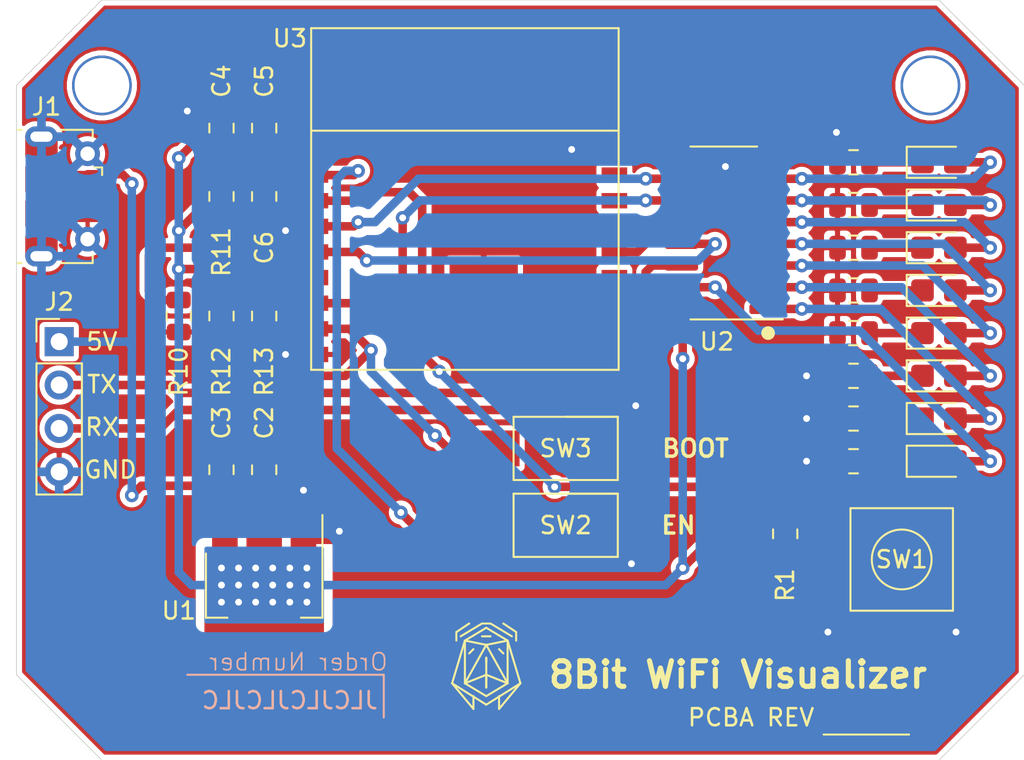
<source format=kicad_pcb>
(kicad_pcb (version 20171130) (host pcbnew "(5.1.6)-1")
  (title_block (title PacketVis) (date 2019-11-21) (rev A01) (comment 1 "ESP8266 Network Traffick Visualizer") (comment 2 "Chandler McCowan"))
  (layers (0 F.Cu signal) (31 B.Cu signal) (34 B.Paste user hide) (35 F.Paste user hide) (36 B.SilkS user) (37 F.SilkS user) (38 B.Mask user) (39 F.Mask user) (44 Edge.Cuts user hide))
  (net 0 "")
  (net 1 GND)
  (net 2 /ESP_EN)
  (net 3 +3V3)
  (net 4 /SW_1)
  (net 5 /OUTPUT_ENABLE)
  (net 6 /RST)
  (net 7 /LATCH)
  (net 8 /ESP_TX)
  (net 9 /ESP_RX)
  (net 10 /DATA)
  (net 11 /BOOT)
  (net 12 /CLOCK)
  (net 13 /CLEAR)
  (net 14 +5V)
  (net 15 /LED_1)
  (net 16 /LED_2)
  (net 17 /LED_3)
  (net 18 /LED_4)
  (net 19 /LED_5)
  (net 20 /LED_6)
  (net 21 /LED_7)
  (net 22 /LED_8)
  (net 23 "Net-(J1-Pad3)")
  (net 24 "Net-(J1-Pad4)")
  (net 25 "Net-(J1-Pad2)")
  (net 26 "Net-(R13-Pad1)")
  (net 27 "Net-(U2-Pad9)")
  (net 28 "Net-(U3-Pad17)")
  (net 29 "Net-(U3-Pad16)")
  (net 30 "Net-(D1-Pad1)")
  (net 31 "Net-(D2-Pad1)")
  (net 32 "Net-(D3-Pad1)")
  (net 33 "Net-(D4-Pad1)")
  (net 34 "Net-(D5-Pad1)")
  (net 35 "Net-(D6-Pad1)")
  (net 36 "Net-(D7-Pad1)")
  (net 37 "Net-(D8-Pad1)")
  (module Resistor_SMD:R_0805_2012Metric (layer F.Cu) (at 191.68 92.5 90)
    (fp_text reference R10 (at -3.25 0 90) (layer F.SilkS))
    (fp_text value 10k)
    (pad 2 smd roundrect (at 0.9375 0 90) (size 0.975 1.4) (layers F.Cu F.Paste F.Mask) (net 5 /OUTPUT_ENABLE))
    (pad 1 smd roundrect (at -0.9375 0 90) (size 0.975 1.4) (layers F.Cu F.Paste F.Mask) (net 1 GND))
  )
  (module Package_SO:SOIC-16_3.9x9.9mm_P1.27mm (layer F.Cu) (at 223.582 87.639 180)
    (fp_text reference U2 (at 0.402 -6.361) (layer F.SilkS))
    (fp_text value 74HC595)
    (pad 16 smd roundrect (at 2.475 -4.445 180) (size 1.95 0.6) (layers F.Cu F.Paste F.Mask) (net 3 +3V3))
    (pad 15 smd roundrect (at 2.475 -3.175 180) (size 1.95 0.6) (layers F.Cu F.Paste F.Mask) (net 15 /LED_1))
    (pad 14 smd roundrect (at 2.475 -1.905 180) (size 1.95 0.6) (layers F.Cu F.Paste F.Mask) (net 10 /DATA))
    (pad 13 smd roundrect (at 2.475 -0.635 180) (size 1.95 0.6) (layers F.Cu F.Paste F.Mask) (net 5 /OUTPUT_ENABLE))
    (pad 12 smd roundrect (at 2.475 0.635 180) (size 1.95 0.6) (layers F.Cu F.Paste F.Mask) (net 7 /LATCH))
    (pad 11 smd roundrect (at 2.475 1.905 180) (size 1.95 0.6) (layers F.Cu F.Paste F.Mask) (net 12 /CLOCK))
    (pad 10 smd roundrect (at 2.475 3.175 180) (size 1.95 0.6) (layers F.Cu F.Paste F.Mask) (net 13 /CLEAR))
    (pad 9 smd roundrect (at 2.475 4.445 180) (size 1.95 0.6) (layers F.Cu F.Paste F.Mask) (net 27 "Net-(U2-Pad9)"))
    (pad 8 smd roundrect (at -2.475 4.445 180) (size 1.95 0.6) (layers F.Cu F.Paste F.Mask) (net 1 GND))
    (pad 7 smd roundrect (at -2.475 3.175 180) (size 1.95 0.6) (layers F.Cu F.Paste F.Mask) (net 22 /LED_8))
    (pad 6 smd roundrect (at -2.475 1.905 180) (size 1.95 0.6) (layers F.Cu F.Paste F.Mask) (net 21 /LED_7))
    (pad 5 smd roundrect (at -2.475 0.635 180) (size 1.95 0.6) (layers F.Cu F.Paste F.Mask) (net 20 /LED_6))
    (pad 4 smd roundrect (at -2.475 -0.635 180) (size 1.95 0.6) (layers F.Cu F.Paste F.Mask) (net 19 /LED_5))
    (pad 3 smd roundrect (at -2.475 -1.905 180) (size 1.95 0.6) (layers F.Cu F.Paste F.Mask) (net 18 /LED_4))
    (pad 2 smd roundrect (at -2.475 -3.175 180) (size 1.95 0.6) (layers F.Cu F.Paste F.Mask) (net 17 /LED_3))
    (pad 1 smd roundrect (at -2.475 -4.445 180) (size 1.95 0.6) (layers F.Cu F.Paste F.Mask) (net 16 /LED_2))
  )
  (module Connector_PinHeader_2.54mm:PinHeader_1x04_P2.54mm_Vertical (layer F.Cu) (at 184.68 94)
    (fp_text reference J2 (at 0 -2.33) (layer F.SilkS))
    (fp_text value Conn_01x04)
    (pad 4 thru_hole oval (at 0 7.62) (size 1.7 1.7) (drill 1) (layers *.Cu *.Mask) (net 1 GND))
    (pad 3 thru_hole oval (at 0 5.08) (size 1.7 1.7) (drill 1) (layers *.Cu *.Mask) (net 9 /ESP_RX))
    (pad 2 thru_hole oval (at 0 2.54) (size 1.7 1.7) (drill 1) (layers *.Cu *.Mask) (net 8 /ESP_TX))
    (pad 1 thru_hole rect (at 0 0) (size 1.7 1.7) (drill 1) (layers *.Cu *.Mask) (net 14 +5V))
  )
  (module PacketVis_Footprints:ESP-WROOM-02D (layer F.Cu) (at 199.68 82.75)
    (fp_text reference U3 (at -1.5 -6.5) (layer F.SilkS))
    (fp_text value ESP-WROOM-02D)
    (pad 19 smd rect (at 9.85 8.51) (size 4 4) (layers F.Cu F.Mask) (net 1 GND))
    (pad 18 smd rect (at 17.5 0) (size 1.5 0.9) (layers F.Cu F.Paste F.Mask) (net 1 GND))
    (pad 17 smd rect (at 17.5 1.5) (size 1.5 0.9) (layers F.Cu F.Paste F.Mask) (net 28 "Net-(U3-Pad17)"))
    (pad 16 smd rect (at 17.5 3) (size 1.5 0.9) (layers F.Cu F.Paste F.Mask) (net 29 "Net-(U3-Pad16)"))
    (pad 15 smd rect (at 17.5 4.5) (size 1.5 0.9) (layers F.Cu F.Paste F.Mask) (net 6 /RST))
    (pad 14 smd rect (at 17.5 6) (size 1.5 0.9) (layers F.Cu F.Paste F.Mask) (net 7 /LATCH))
    (pad 13 smd rect (at 17.5 7.5) (size 1.5 0.9) (layers F.Cu F.Paste F.Mask) (net 1 GND))
    (pad 12 smd rect (at 17.5 9) (size 1.5 0.9) (layers F.Cu F.Paste F.Mask) (net 8 /ESP_TX))
    (pad 11 smd rect (at 17.5 10.5) (size 1.5 0.9) (layers F.Cu F.Paste F.Mask) (net 9 /ESP_RX))
    (pad 10 smd rect (at 17.5 12) (size 1.5 0.9) (layers F.Cu F.Paste F.Mask) (net 10 /DATA))
    (pad 9 smd rect (at 0 12) (size 1.5 0.9) (layers F.Cu F.Paste F.Mask) (net 1 GND))
    (pad 8 smd rect (at 0 10.5) (size 1.5 0.9) (layers F.Cu F.Paste F.Mask) (net 11 /BOOT))
    (pad 7 smd rect (at 0 9) (size 1.5 0.9) (layers F.Cu F.Paste F.Mask) (net 12 /CLOCK))
    (pad 6 smd rect (at 0 7.5) (size 1.5 0.9) (layers F.Cu F.Paste F.Mask) (net 26 "Net-(R13-Pad1)"))
    (pad 5 smd rect (at 0 6) (size 1.5 0.9) (layers F.Cu F.Paste F.Mask) (net 5 /OUTPUT_ENABLE))
    (pad 4 smd rect (at 0 4.5) (size 1.5 0.9) (layers F.Cu F.Paste F.Mask) (net 13 /CLEAR))
    (pad 3 smd rect (at 0 3) (size 1.5 0.9) (layers F.Cu F.Paste F.Mask) (net 4 /SW_1))
    (pad 2 smd rect (at 0 1.5) (size 1.5 0.9) (layers F.Cu F.Paste F.Mask) (net 2 /ESP_EN))
    (pad 1 smd rect (at 0 0) (size 1.5 0.9) (layers F.Cu F.Paste F.Mask) (net 3 +3V3))
  )
  (module PacketVis_Footprints:PTS636_SM25F_SMTR_LFS (layer F.Cu) (at 210.43 100.25)
    (fp_text reference SW3 (at 3.9 0) (layer F.SilkS))
    (fp_text value SW_SPST)
    (pad 1 smd rect (at 0 0 90) (size 2.1 2.4) (layers F.Cu F.Paste F.Mask) (net 11 /BOOT))
    (pad 2 smd rect (at 7.8 0 90) (size 2.1 2.4) (layers F.Cu F.Paste F.Mask) (net 1 GND))
  )
  (module PacketVis_Footprints:PTS636_SM25F_SMTR_LFS (layer F.Cu) (at 210.43 104.75)
    (fp_text reference SW2 (at 3.9 0) (layer F.SilkS))
    (fp_text value SW_SPST)
    (pad 1 smd rect (at 0 0 90) (size 2.1 2.4) (layers F.Cu F.Paste F.Mask) (net 2 /ESP_EN))
    (pad 2 smd rect (at 7.8 0 90) (size 2.1 2.4) (layers F.Cu F.Paste F.Mask) (net 1 GND))
  )
  (module "PacketVis_Footprints:PTS645SK50SMTR92 LFS" (layer F.Cu) (at 234 106.75)
    (fp_text reference SW1 (at 0 0) (layer F.SilkS))
    (fp_text value SW_Push_Dual)
    (pad 3 smd rect (at 3.975 -2.25) (size 1.55 1.3) (layers F.Cu F.Paste F.Mask) (net 4 /SW_1))
    (pad 4 smd rect (at 3.975 2.25) (size 1.55 1.3) (layers F.Cu F.Paste F.Mask) (net 1 GND))
    (pad 2 smd rect (at -3.975 2.25) (size 1.55 1.3) (layers F.Cu F.Paste F.Mask) (net 1 GND))
    (pad 1 smd rect (at -3.975 -2.25) (size 1.55 1.3) (layers F.Cu F.Paste F.Mask) (net 4 /SW_1))
  )
  (module Package_TO_SOT_SMD:SOT-223-3_TabPin2 (layer F.Cu) (at 196.68 108.25 270)
    (fp_text reference U1 (at 1.5 5 180) (layer F.SilkS))
    (fp_text value "3.3V 1A")
    (pad 1 smd rect (at -3.15 -2.3 270) (size 2 1.5) (layers F.Cu F.Paste F.Mask) (net 1 GND))
    (pad 3 smd rect (at -3.15 2.3 270) (size 2 1.5) (layers F.Cu F.Paste F.Mask) (net 14 +5V))
    (pad 2 smd rect (at -3.15 0 270) (size 2 1.5) (layers F.Cu F.Paste F.Mask) (net 3 +3V3))
    (pad 2 smd rect (at 3.15 0 270) (size 2 3.8) (layers F.Cu F.Paste F.Mask) (net 3 +3V3))
  )
  (module Resistor_SMD:R_0805_2012Metric (layer F.Cu) (at 227.18 105.25 90)
    (fp_text reference R1 (at -3 0 90) (layer F.SilkS))
    (fp_text value 10k)
    (pad 2 smd roundrect (at 0.9375 0 90) (size 0.975 1.4) (layers F.Cu F.Paste F.Mask) (net 4 /SW_1))
    (pad 1 smd roundrect (at -0.9375 0 90) (size 0.975 1.4) (layers F.Cu F.Paste F.Mask) (net 3 +3V3))
  )
  (module Resistor_SMD:R_0805_2012Metric (layer F.Cu) (at 194.18 85.5 90)
    (fp_text reference R11 (at -3.25 0 90) (layer F.SilkS))
    (fp_text value 10k)
    (pad 2 smd roundrect (at 0.9375 0 90) (size 0.975 1.4) (layers F.Cu F.Paste F.Mask) (net 2 /ESP_EN))
    (pad 1 smd roundrect (at -0.9375 0 90) (size 0.975 1.4) (layers F.Cu F.Paste F.Mask) (net 3 +3V3))
  )
  (module Resistor_SMD:R_0805_2012Metric (layer F.Cu) (at 196.68 92.5 270)
    (fp_text reference R13 (at 3.25 0 90) (layer F.SilkS))
    (fp_text value 10k)
    (pad 2 smd roundrect (at 0.9375 0 270) (size 0.975 1.4) (layers F.Cu F.Paste F.Mask) (net 1 GND))
    (pad 1 smd roundrect (at -0.9375 0 270) (size 0.975 1.4) (layers F.Cu F.Paste F.Mask) (net 26 "Net-(R13-Pad1)"))
  )
  (module Resistor_SMD:R_0805_2012Metric (layer F.Cu) (at 194.18 92.5 270)
    (fp_text reference R12 (at 3.25 0 90) (layer F.SilkS))
    (fp_text value 10k)
    (pad 2 smd roundrect (at 0.9375 0 270) (size 0.975 1.4) (layers F.Cu F.Paste F.Mask) (net 11 /BOOT))
    (pad 1 smd roundrect (at -0.9375 0 270) (size 0.975 1.4) (layers F.Cu F.Paste F.Mask) (net 3 +3V3))
  )
  (module Connector_USB:USB_Micro-B_Molex-105017-0001 (layer F.Cu) (at 184.88 85.5 270)
    (fp_text reference J1 (at -5.25 0.95 180) (layer F.SilkS))
    (fp_text value USB_B_Micro)
    (pad 6 smd rect (at -2.9 1.2375 270) (size 1.2 1.9) (layers F.Cu F.Mask) (net 1 GND))
    (pad 6 smd rect (at 2.9 1.2375 270) (size 1.2 1.9) (layers F.Cu F.Mask) (net 1 GND))
    (pad 6 thru_hole oval (at 3.5 1.2375 270) (size 1.2 1.9) (drill oval 0.6 1.3) (layers *.Cu *.Mask) (net 1 GND))
    (pad 6 thru_hole oval (at -3.5 1.2375 90) (size 1.2 1.9) (drill oval 0.6 1.3) (layers *.Cu *.Mask) (net 1 GND))
    (pad 6 smd rect (at -1 1.2375 270) (size 1.5 1.9) (layers F.Cu F.Paste F.Mask) (net 1 GND))
    (pad 6 thru_hole circle (at 2.5 -1.4625 270) (size 1.45 1.45) (drill 0.85) (layers *.Cu *.Mask) (net 1 GND))
    (pad 3 smd rect (at 0 -1.4625 270) (size 0.4 1.35) (layers F.Cu F.Paste F.Mask) (net 23 "Net-(J1-Pad3)"))
    (pad 4 smd rect (at 0.65 -1.4625 270) (size 0.4 1.35) (layers F.Cu F.Paste F.Mask) (net 24 "Net-(J1-Pad4)"))
    (pad 5 smd rect (at 1.3 -1.4625 270) (size 0.4 1.35) (layers F.Cu F.Paste F.Mask) (net 1 GND))
    (pad 1 smd rect (at -1.3 -1.4625 270) (size 0.4 1.35) (layers F.Cu F.Paste F.Mask) (net 14 +5V))
    (pad 2 smd rect (at -0.65 -1.4625 270) (size 0.4 1.35) (layers F.Cu F.Paste F.Mask) (net 25 "Net-(J1-Pad2)"))
    (pad 6 thru_hole circle (at -2.5 -1.4625 270) (size 1.45 1.45) (drill 0.85) (layers *.Cu *.Mask) (net 1 GND))
    (pad 6 smd rect (at 1 1.2375 270) (size 1.5 1.9) (layers F.Cu F.Paste F.Mask) (net 1 GND))
  )
  (module Capacitor_SMD:C_0805_2012Metric (layer F.Cu) (at 196.68 101.5 90)
    (fp_text reference C2 (at 2.75 0 90) (layer F.SilkS))
    (fp_text value 4.7uF)
    (pad 2 smd roundrect (at 0.9375 0 90) (size 0.975 1.4) (layers F.Cu F.Paste F.Mask) (net 1 GND))
    (pad 1 smd roundrect (at -0.9375 0 90) (size 0.975 1.4) (layers F.Cu F.Paste F.Mask) (net 3 +3V3))
  )
  (module Capacitor_SMD:C_0805_2012Metric (layer F.Cu) (at 196.68 85.5 270)
    (fp_text reference C6 (at 3 0 90) (layer F.SilkS))
    (fp_text value 0.1uF)
    (pad 2 smd roundrect (at 0.9375 0 270) (size 0.975 1.4) (layers F.Cu F.Paste F.Mask) (net 1 GND))
    (pad 1 smd roundrect (at -0.9375 0 270) (size 0.975 1.4) (layers F.Cu F.Paste F.Mask) (net 2 /ESP_EN))
  )
  (module Capacitor_SMD:C_0805_2012Metric (layer F.Cu) (at 194.18 101.5 90)
    (fp_text reference C3 (at 2.75 0 90) (layer F.SilkS))
    (fp_text value 4.7uF)
    (pad 2 smd roundrect (at 0.9375 0 90) (size 0.975 1.4) (layers F.Cu F.Paste F.Mask) (net 1 GND))
    (pad 1 smd roundrect (at -0.9375 0 90) (size 0.975 1.4) (layers F.Cu F.Paste F.Mask) (net 14 +5V))
  )
  (module Capacitor_SMD:C_0805_2012Metric (layer F.Cu) (at 196.68 81.5 90)
    (fp_text reference C5 (at 2.75 0 90) (layer F.SilkS))
    (fp_text value 0.1uF)
    (pad 2 smd roundrect (at 0.9375 0 90) (size 0.975 1.4) (layers F.Cu F.Paste F.Mask) (net 1 GND))
    (pad 1 smd roundrect (at -0.9375 0 90) (size 0.975 1.4) (layers F.Cu F.Paste F.Mask) (net 3 +3V3))
  )
  (module Capacitor_SMD:C_0805_2012Metric (layer F.Cu) (at 194.18 81.5 90)
    (fp_text reference C4 (at 2.75 0 90) (layer F.SilkS))
    (fp_text value 10uF)
    (pad 2 smd roundrect (at 0.9375 0 90) (size 0.975 1.4) (layers F.Cu F.Paste F.Mask) (net 1 GND))
    (pad 1 smd roundrect (at -0.9375 0 90) (size 0.975 1.4) (layers F.Cu F.Paste F.Mask) (net 3 +3V3))
  )
  (module Resistor_SMD:R_0805_2012Metric (layer F.Cu) (at 231.18 83.5)
    (fp_text reference R9 hide)
    (fp_text value 75R)
    (pad 2 smd roundrect (at 0.9375 0) (size 0.975 1.4) (layers F.Cu F.Paste F.Mask) (net 37 "Net-(D8-Pad1)"))
    (pad 1 smd roundrect (at -0.9375 0) (size 0.975 1.4) (layers F.Cu F.Paste F.Mask) (net 1 GND))
  )
  (module Resistor_SMD:R_0805_2012Metric (layer F.Cu) (at 231.18 86)
    (fp_text reference R8 hide)
    (fp_text value 75R)
    (pad 2 smd roundrect (at 0.9375 0) (size 0.975 1.4) (layers F.Cu F.Paste F.Mask) (net 36 "Net-(D7-Pad1)"))
    (pad 1 smd roundrect (at -0.9375 0) (size 0.975 1.4) (layers F.Cu F.Paste F.Mask) (net 1 GND))
  )
  (module Resistor_SMD:R_0805_2012Metric (layer F.Cu) (at 231.18 88.5)
    (fp_text reference R7 hide)
    (fp_text value 75R)
    (pad 2 smd roundrect (at 0.9375 0) (size 0.975 1.4) (layers F.Cu F.Paste F.Mask) (net 35 "Net-(D6-Pad1)"))
    (pad 1 smd roundrect (at -0.9375 0) (size 0.975 1.4) (layers F.Cu F.Paste F.Mask) (net 1 GND))
  )
  (module Resistor_SMD:R_0805_2012Metric (layer F.Cu) (at 231.18 91)
    (fp_text reference R6 hide)
    (fp_text value 75R)
    (pad 2 smd roundrect (at 0.9375 0) (size 0.975 1.4) (layers F.Cu F.Paste F.Mask) (net 34 "Net-(D5-Pad1)"))
    (pad 1 smd roundrect (at -0.9375 0) (size 0.975 1.4) (layers F.Cu F.Paste F.Mask) (net 1 GND))
  )
  (module Resistor_SMD:R_0805_2012Metric (layer F.Cu) (at 231.18 93.5)
    (fp_text reference R5 hide)
    (fp_text value 75R)
    (pad 2 smd roundrect (at 0.9375 0) (size 0.975 1.4) (layers F.Cu F.Paste F.Mask) (net 33 "Net-(D4-Pad1)"))
    (pad 1 smd roundrect (at -0.9375 0) (size 0.975 1.4) (layers F.Cu F.Paste F.Mask) (net 1 GND))
  )
  (module Resistor_SMD:R_0805_2012Metric (layer F.Cu) (at 231.18 96)
    (fp_text reference R4 hide)
    (fp_text value 75R)
    (pad 2 smd roundrect (at 0.9375 0) (size 0.975 1.4) (layers F.Cu F.Paste F.Mask) (net 32 "Net-(D3-Pad1)"))
    (pad 1 smd roundrect (at -0.9375 0) (size 0.975 1.4) (layers F.Cu F.Paste F.Mask) (net 1 GND))
  )
  (module Resistor_SMD:R_0805_2012Metric (layer F.Cu) (at 231.18 98.5)
    (fp_text reference R3 hide)
    (fp_text value 75R)
    (pad 2 smd roundrect (at 0.9375 0) (size 0.975 1.4) (layers F.Cu F.Paste F.Mask) (net 31 "Net-(D2-Pad1)"))
    (pad 1 smd roundrect (at -0.9375 0) (size 0.975 1.4) (layers F.Cu F.Paste F.Mask) (net 1 GND))
  )
  (module Resistor_SMD:R_0805_2012Metric (layer F.Cu) (at 231.18 101)
    (fp_text reference R2 hide)
    (fp_text value 75R)
    (pad 2 smd roundrect (at 0.9375 0) (size 0.975 1.4) (layers F.Cu F.Paste F.Mask) (net 30 "Net-(D1-Pad1)"))
    (pad 1 smd roundrect (at -0.9375 0) (size 0.975 1.4) (layers F.Cu F.Paste F.Mask) (net 1 GND))
  )
  (module LED_SMD:LED_0805_2012Metric_Castellated (layer F.Cu) (at 236.18 101)
    (fp_text reference D1 hide)
    (fp_text value LED)
    (pad 2 smd roundrect (at 0.9625 0) (size 1.325 1.3) (layers F.Cu F.Paste F.Mask) (roundrect_rratio 0.192308) (net 15 /LED_1))
    (pad 1 smd roundrect (at -0.9625 0) (size 1.325 1.3) (layers F.Cu F.Paste F.Mask) (roundrect_rratio 0.192308) (net 30 "Net-(D1-Pad1)"))
  )
  (module LED_SMD:LED_0805_2012Metric_Castellated (layer F.Cu) (at 236.18 83.5)
    (fp_text reference D8 hide)
    (fp_text value LED)
    (pad 2 smd roundrect (at 0.9625 0) (size 1.325 1.3) (layers F.Cu F.Paste F.Mask) (roundrect_rratio 0.192308) (net 22 /LED_8))
    (pad 1 smd roundrect (at -0.9625 0) (size 1.325 1.3) (layers F.Cu F.Paste F.Mask) (roundrect_rratio 0.192308) (net 37 "Net-(D8-Pad1)"))
  )
  (module LED_SMD:LED_0805_2012Metric_Castellated (layer F.Cu) (at 236.18 86)
    (fp_text reference D7 hide)
    (fp_text value LED)
    (pad 2 smd roundrect (at 0.9625 0) (size 1.325 1.3) (layers F.Cu F.Paste F.Mask) (roundrect_rratio 0.192308) (net 21 /LED_7))
    (pad 1 smd roundrect (at -0.9625 0) (size 1.325 1.3) (layers F.Cu F.Paste F.Mask) (roundrect_rratio 0.192308) (net 36 "Net-(D7-Pad1)"))
  )
  (module LED_SMD:LED_0805_2012Metric_Castellated (layer F.Cu) (at 236.18 88.5)
    (fp_text reference D6 hide)
    (fp_text value LED)
    (pad 2 smd roundrect (at 0.9625 0) (size 1.325 1.3) (layers F.Cu F.Paste F.Mask) (roundrect_rratio 0.192308) (net 20 /LED_6))
    (pad 1 smd roundrect (at -0.9625 0) (size 1.325 1.3) (layers F.Cu F.Paste F.Mask) (roundrect_rratio 0.192308) (net 35 "Net-(D6-Pad1)"))
  )
  (module LED_SMD:LED_0805_2012Metric_Castellated (layer F.Cu) (at 236.18 91)
    (fp_text reference D5 hide)
    (fp_text value LED)
    (pad 2 smd roundrect (at 0.9625 0) (size 1.325 1.3) (layers F.Cu F.Paste F.Mask) (roundrect_rratio 0.192308) (net 19 /LED_5))
    (pad 1 smd roundrect (at -0.9625 0) (size 1.325 1.3) (layers F.Cu F.Paste F.Mask) (roundrect_rratio 0.192308) (net 34 "Net-(D5-Pad1)"))
  )
  (module LED_SMD:LED_0805_2012Metric_Castellated (layer F.Cu) (at 236.18 93.5)
    (fp_text reference D4 hide)
    (fp_text value LED)
    (pad 2 smd roundrect (at 0.9625 0) (size 1.325 1.3) (layers F.Cu F.Paste F.Mask) (roundrect_rratio 0.192308) (net 18 /LED_4))
    (pad 1 smd roundrect (at -0.9625 0) (size 1.325 1.3) (layers F.Cu F.Paste F.Mask) (roundrect_rratio 0.192308) (net 33 "Net-(D4-Pad1)"))
  )
  (module LED_SMD:LED_0805_2012Metric_Castellated (layer F.Cu) (at 236.18 96)
    (fp_text reference D3 hide)
    (fp_text value LED)
    (pad 2 smd roundrect (at 0.9625 0) (size 1.325 1.3) (layers F.Cu F.Paste F.Mask) (roundrect_rratio 0.192308) (net 17 /LED_3))
    (pad 1 smd roundrect (at -0.9625 0) (size 1.325 1.3) (layers F.Cu F.Paste F.Mask) (roundrect_rratio 0.192308) (net 32 "Net-(D3-Pad1)"))
  )
  (module LED_SMD:LED_0805_2012Metric_Castellated (layer F.Cu) (at 236.18 98.5)
    (fp_text reference D2 hide)
    (fp_text value LED)
    (pad 2 smd roundrect (at 0.9625 0) (size 1.325 1.3) (layers F.Cu F.Paste F.Mask) (roundrect_rratio 0.192308) (net 16 /LED_2))
    (pad 1 smd roundrect (at -0.9625 0) (size 1.325 1.3) (layers F.Cu F.Paste F.Mask) (roundrect_rratio 0.192308) (net 31 "Net-(D2-Pad1)"))
  )
  (gr_circle (center 226.18 93.5) (end 226.38 93.5) (layer F.SilkS) (width 0.4))
  (gr_line (start 208.93 115.5) (end 208.93 114.75) (layer F.SilkS) (width 0.12))
  (gr_line (start 207.68 114) (end 208.93 115.5) (layer F.SilkS) (width 0.12))
  (gr_line (start 210.43 115.5) (end 211.68 114) (layer F.SilkS) (width 0.12))
  (gr_line (start 210.43 114.75) (end 210.43 115.5) (layer F.SilkS) (width 0.12))
  (gr_line (start 207.93 111) (end 208.68 110.5) (layer F.SilkS) (width 0.12))
  (gr_line (start 210.68 110.5) (end 211.43 111) (layer F.SilkS) (width 0.12))
  (gr_line (start 211.43 111.5) (end 211.43 111) (layer F.SilkS) (width 0.12))
  (gr_line (start 207.93 111.5) (end 207.93 111) (layer F.SilkS) (width 0.12))
  (gr_line (start 209.93 110.5) (end 211.18 111.25) (layer F.SilkS) (width 0.12))
  (gr_line (start 209.43 110.5) (end 209.93 110.5) (layer F.SilkS) (width 0.12))
  (gr_line (start 208.18 111.25) (end 209.43 110.5) (layer F.SilkS) (width 0.12))
  (gr_line (start 209.43 111.25) (end 209.93 111.25) (layer F.SilkS) (width 0.12))
  (gr_line (start 208.93 112) (end 208.68 112.25) (layer F.SilkS) (width 0.12))
  (gr_line (start 210.43 112) (end 210.68 112.25) (layer F.SilkS) (width 0.12))
  (gr_line (start 207.68 114) (end 208.43 111.5) (layer F.SilkS) (width 0.12))
  (gr_line (start 209.68 115.25) (end 207.68 114) (layer F.SilkS) (width 0.12))
  (gr_line (start 211.68 114) (end 209.68 115.25) (layer F.SilkS) (width 0.12))
  (gr_line (start 210.93 111.5) (end 211.68 114) (layer F.SilkS) (width 0.12))
  (gr_line (start 209.68 112.5) (end 209.68 112.75) (layer F.SilkS) (width 0.12))
  (gr_line (start 209.68 114.25) (end 209.68 112.5) (layer F.SilkS) (width 0.12))
  (gr_line (start 209.68 113.5) (end 209.68 114.25) (layer F.SilkS) (width 0.12))
  (gr_line (start 209.68 111.75) (end 208.43 114) (layer F.SilkS) (width 0.12))
  (gr_line (start 209.68 111.75) (end 210.93 114) (layer F.SilkS) (width 0.12))
  (gr_line (start 209.68 113.5) (end 210.93 114) (layer F.SilkS) (width 0.12))
  (gr_line (start 208.43 114) (end 209.68 113.5) (layer F.SilkS) (width 0.12))
  (gr_line (start 209.68 111.75) (end 210.93 111.5) (layer F.SilkS) (width 0.12))
  (gr_line (start 208.43 111.5) (end 209.68 111.75) (layer F.SilkS) (width 0.12))
  (gr_line (start 209.68 114.75) (end 208.43 114) (layer F.SilkS) (width 0.12))
  (gr_line (start 210.93 114) (end 209.68 114.75) (layer F.SilkS) (width 0.12))
  (gr_line (start 210.93 111.5) (end 210.93 114) (layer F.SilkS) (width 0.12))
  (gr_line (start 209.68 110.75) (end 210.93 111.5) (layer F.SilkS) (width 0.12))
  (gr_line (start 208.43 111.5) (end 209.68 110.75) (layer F.SilkS) (width 0.12))
  (gr_line (start 208.43 114) (end 208.43 111.5) (layer F.SilkS) (width 0.12))
  (gr_line (start 203.68 116) (end 203.68 113.5) (layer B.SilkS) (width 0.12))
  (gr_line (start 203.68 113.5) (end 192.18 113.5) (layer B.SilkS) (width 0.12))
  (gr_text JLCJLCJLCJLC (at 198.18 115) (layer B.SilkS) (effects (font (size 1 1)) (justify mirror)))
  (gr_text "Order Number" (at 198.68 112.75) (layer B.SilkS) (effects (font (size 1 1) (thickness 0.1)) (justify mirror)))
  (gr_line (start 229.43 117) (end 234.43 117) (layer F.SilkS) (width 0.12))
  (gr_text "PCBA REV" (at 225.18 116) (layer F.SilkS) (effects (font (size 1 1))))
  (gr_text "8Bit WiFi Visualizer" (at 213.18 113.5) (layer F.SilkS) (effects (font (size 1.5 1.5) (thickness 0.3)) (justify left)))
  (gr_text 5V (at 187.18 94) (layer F.SilkS) (effects (font (size 1 1))))
  (gr_text GND (at 187.68 101.5) (layer F.SilkS) (effects (font (size 1 1))))
  (gr_text RX (at 187.18 99) (layer F.SilkS) (effects (font (size 1 1))))
  (gr_text TX (at 187.18 96.5) (layer F.SilkS) (effects (font (size 1 1))))
  (gr_text EN (at 220.93 104.75) (layer F.SilkS) (effects (font (size 1 1) (thickness 0.2))))
  (gr_text BOOT (at 221.93 100.25) (layer F.SilkS) (effects (font (size 1 1) (thickness 0.2))))
  (gr_line (start 182.18 79) (end 187.18 74) (layer Edge.Cuts) (width 0.05))
  (gr_line (start 187.18 118.5) (end 182.18 113.5) (layer Edge.Cuts) (width 0.05))
  (gr_line (start 236.18 118.5) (end 241.18 113.5) (layer Edge.Cuts) (width 0.05))
  (gr_line (start 236.18 74) (end 241.18 79) (layer Edge.Cuts) (width 0.05))
  (gr_line (start 182.18 79) (end 182.18 113.5) (layer Edge.Cuts) (width 0.05))
  (gr_line (start 236.18 74) (end 187.18 74) (layer Edge.Cuts) (width 0.05))
  (gr_line (start 241.18 113.5) (end 241.18 79) (layer Edge.Cuts) (width 0.05))
  (gr_line (start 187.18 118.5) (end 236.18 118.5) (layer Edge.Cuts) (width 0.05))
  (via (at 187.18 79) (size 3.5) (drill 3.2) (layers F.Cu B.Cu) (net 0))
  (via (at 235.68 79) (size 3.5) (drill 3.2) (layers F.Cu B.Cu) (net 0))
  (via (at 199.18 107.25) (size 0.8) (drill 0.4) (layers F.Cu B.Cu) (net 3))
  (via (at 194.18 107.25) (size 0.8) (drill 0.4) (layers F.Cu B.Cu) (net 3))
  (via (at 196.18 107.25) (size 0.8) (drill 0.4) (layers F.Cu B.Cu) (net 3))
  (via (at 195.18 107.25) (size 0.8) (drill 0.4) (layers F.Cu B.Cu) (net 3))
  (via (at 197.18 107.25) (size 0.8) (drill 0.4) (layers F.Cu B.Cu) (net 3))
  (via (at 198.18 107.25) (size 0.8) (drill 0.4) (layers F.Cu B.Cu) (net 3))
  (via (at 199.18 109.25) (size 0.8) (drill 0.4) (layers F.Cu B.Cu) (net 3))
  (via (at 194.18 109.25) (size 0.8) (drill 0.4) (layers F.Cu B.Cu) (net 3))
  (via (at 196.18 109.25) (size 0.8) (drill 0.4) (layers F.Cu B.Cu) (net 3))
  (via (at 195.18 109.25) (size 0.8) (drill 0.4) (layers F.Cu B.Cu) (net 3))
  (via (at 197.18 109.25) (size 0.8) (drill 0.4) (layers F.Cu B.Cu) (net 3))
  (via (at 198.18 109.25) (size 0.8) (drill 0.4) (layers F.Cu B.Cu) (net 3))
  (segment (start 186.3425 86.8) (end 186.3425 88) (width 0.25) (layer F.Cu) (net 1))
  (via (at 197.93 87.5) (size 0.8) (drill 0.4) (layers F.Cu B.Cu) (net 1))
  (via (at 197.93 94.75) (size 0.8) (drill 0.4) (layers F.Cu B.Cu) (net 1))
  (via (at 228.43 101) (size 0.8) (drill 0.4) (layers F.Cu B.Cu) (net 1))
  (via (at 228.43 98.5) (size 0.8) (drill 0.4) (layers F.Cu B.Cu) (net 1))
  (via (at 228.43 96) (size 0.8) (drill 0.4) (layers F.Cu B.Cu) (net 1))
  (via (at 230.18 81.75) (size 0.8) (drill 0.4) (layers F.Cu B.Cu) (net 1))
  (segment (start 201.08 105.1) (end 201.08 105.1) (width 1.5) (layer F.Cu) (net 1))
  (segment (start 198.98 102.55) (end 198.98 102.7) (width 1.5) (layer F.Cu) (net 1))
  (segment (start 201.08 104.65) (end 198.98 102.55) (width 1.5) (layer F.Cu) (net 1))
  (segment (start 201.08 105.1) (end 201.08 104.65) (width 0.5) (layer F.Cu) (net 1))
  (segment (start 198.98 102.7) (end 198.98 105.1) (width 1.5) (layer F.Cu) (net 1))
  (via (at 198.98 102.7) (size 0.8) (drill 0.4) (layers F.Cu B.Cu) (net 1))
  (segment (start 201.08 105.1) (end 198.98 105.1) (width 1.5) (layer F.Cu) (net 1))
  (via (at 201.08 105.1) (size 0.8) (drill 0.4) (layers F.Cu B.Cu) (net 1))
  (via (at 218.43 97.75) (size 0.8) (drill 0.4) (layers F.Cu B.Cu) (net 1))
  (via (at 218.18 107) (size 0.8) (drill 0.4) (layers F.Cu B.Cu) (net 1))
  (via (at 229.68 111) (size 0.8) (drill 0.4) (layers F.Cu B.Cu) (net 1))
  (via (at 237.18 111) (size 0.8) (drill 0.4) (layers F.Cu B.Cu) (net 1))
  (via (at 223.68 83.75) (size 0.8) (drill 0.4) (layers F.Cu B.Cu) (net 1))
  (via (at 214.68 82.75) (size 0.8) (drill 0.4) (layers F.Cu B.Cu) (net 1))
  (via (at 192.18 80.5) (size 0.8) (drill 0.4) (layers F.Cu B.Cu) (net 1))
  (segment (start 199.3675 84.5625) (end 199.68 84.25) (width 0.25) (layer F.Cu) (net 2))
  (segment (start 199.68 84.25) (end 198.43 84.25) (width 0.5) (layer F.Cu) (net 2))
  (segment (start 198.1175 84.5625) (end 196.68 84.5625) (width 0.5) (layer F.Cu) (net 2))
  (segment (start 198.43 84.25) (end 198.1175 84.5625) (width 0.5) (layer F.Cu) (net 2))
  (segment (start 194.18 84.5625) (end 196.68 84.5625) (width 0.5) (layer F.Cu) (net 2))
  (via (at 204.68 104) (size 0.8) (drill 0.4) (layers F.Cu B.Cu) (net 2))
  (segment (start 210.43 104.75) (end 205.43 104.75) (width 0.5) (layer F.Cu) (net 2))
  (segment (start 205.43 104.75) (end 204.68 104) (width 0.5) (layer F.Cu) (net 2))
  (via (at 202.18 84) (size 0.8) (drill 0.4) (layers F.Cu B.Cu) (net 2))
  (segment (start 201.93 84.25) (end 202.18 84) (width 0.5) (layer F.Cu) (net 2))
  (segment (start 199.68 84.25) (end 201.93 84.25) (width 0.5) (layer F.Cu) (net 2))
  (segment (start 202.18 84) (end 201.43 84) (width 0.5) (layer B.Cu) (net 2))
  (segment (start 201.43 84) (end 200.93 84.5) (width 0.5) (layer B.Cu) (net 2))
  (segment (start 200.93 100.25) (end 204.68 104) (width 0.5) (layer B.Cu) (net 2))
  (segment (start 200.93 84.5) (end 200.93 100.25) (width 0.5) (layer B.Cu) (net 2))
  (via (at 194.18 108.25) (size 0.8) (drill 0.4) (layers F.Cu B.Cu) (net 3))
  (via (at 195.18 108.25) (size 0.8) (drill 0.4) (layers F.Cu B.Cu) (net 3))
  (via (at 196.18 108.25) (size 0.8) (drill 0.4) (layers F.Cu B.Cu) (net 3))
  (via (at 197.18 108.25) (size 0.8) (drill 0.4) (layers F.Cu B.Cu) (net 3))
  (via (at 198.18 108.25) (size 0.8) (drill 0.4) (layers F.Cu B.Cu) (net 3))
  (via (at 199.18 108.25) (size 0.8) (drill 0.4) (layers F.Cu B.Cu) (net 3))
  (segment (start 199.68 82.75) (end 198.43 82.75) (width 0.5) (layer F.Cu) (net 3))
  (segment (start 198.43 82.75) (end 198.1175 82.4375) (width 0.5) (layer F.Cu) (net 3))
  (segment (start 198.1175 82.4375) (end 196.68 82.4375) (width 0.5) (layer F.Cu) (net 3))
  (segment (start 196.68 82.4375) (end 194.18 82.4375) (width 0.5) (layer F.Cu) (net 3))
  (segment (start 196.68 102.4375) (end 196.68 105.1) (width 0.5) (layer F.Cu) (net 3))
  (via (at 221.18 95) (size 0.8) (drill 0.4) (layers F.Cu B.Cu) (net 3))
  (segment (start 221.18 92.157) (end 221.107 92.084) (width 0.5) (layer F.Cu) (net 3))
  (segment (start 221.18 95) (end 221.18 92.157) (width 0.5) (layer F.Cu) (net 3))
  (segment (start 192.7425 86.4375) (end 191.68 87.5) (width 0.5) (layer F.Cu) (net 3))
  (segment (start 194.18 86.4375) (end 192.7425 86.4375) (width 0.5) (layer F.Cu) (net 3))
  (via (at 191.68 87.5) (size 0.8) (drill 0.4) (layers F.Cu B.Cu) (net 3))
  (segment (start 191.68 87.5) (end 191.68 83.25001) (width 0.5) (layer B.Cu) (net 3))
  (via (at 191.68 83.25001) (size 0.8) (drill 0.4) (layers F.Cu B.Cu) (net 3))
  (segment (start 192.49251 82.4375) (end 191.68 83.25001) (width 0.5) (layer F.Cu) (net 3))
  (segment (start 194.18 82.4375) (end 192.49251 82.4375) (width 0.5) (layer F.Cu) (net 3))
  (segment (start 194.18 108.25) (end 192.43 108.25) (width 0.5) (layer B.Cu) (net 3))
  (via (at 191.68 89.75) (size 0.8) (drill 0.4) (layers F.Cu B.Cu) (net 3))
  (segment (start 192.43 108.25) (end 191.68 107.5) (width 0.5) (layer B.Cu) (net 3))
  (segment (start 191.68 107.5) (end 191.68 92.5) (width 0.5) (layer B.Cu) (net 3))
  (segment (start 191.68 94.282283) (end 191.68 89.75) (width 0.5) (layer B.Cu) (net 3))
  (segment (start 191.68 87.5) (end 191.68 94.282283) (width 0.5) (layer B.Cu) (net 3))
  (segment (start 191.68 92.5) (end 191.68 94.282283) (width 0.5) (layer B.Cu) (net 3))
  (segment (start 193.43 89.75) (end 191.68 89.75) (width 0.5) (layer F.Cu) (net 3))
  (segment (start 194.18 91.5625) (end 194.18 90.5) (width 0.5) (layer F.Cu) (net 3))
  (segment (start 194.18 90.5) (end 193.43 89.75) (width 0.5) (layer F.Cu) (net 3))
  (segment (start 199.18 108.25) (end 220.17999 108.25) (width 0.5) (layer B.Cu) (net 3))
  (segment (start 220.17999 108.25) (end 221.18 107.24999) (width 0.5) (layer B.Cu) (net 3))
  (via (at 221.18 107.24999) (size 0.8) (drill 0.4) (layers F.Cu B.Cu) (net 3))
  (segment (start 222.24249 106.1875) (end 221.18 107.24999) (width 0.5) (layer F.Cu) (net 3))
  (segment (start 227.18 106.1875) (end 222.24249 106.1875) (width 0.5) (layer F.Cu) (net 3))
  (segment (start 221.18 95) (end 221.18 107.24999) (width 0.5) (layer B.Cu) (net 3))
  (segment (start 199.68 85.75) (end 201.93 85.75) (width 0.5) (layer F.Cu) (net 4))
  (segment (start 230.025 104.5) (end 237.975 104.5) (width 0.5) (layer F.Cu) (net 4))
  (segment (start 201.93 85.75) (end 202.43 85.75) (width 0.5) (layer F.Cu) (net 4))
  (segment (start 202.43 85.75) (end 202.93 85.25) (width 0.5) (layer F.Cu) (net 4))
  (segment (start 202.93 85.25) (end 205.18 85.25) (width 0.5) (layer F.Cu) (net 4))
  (segment (start 205.18 85.25) (end 205.93 86) (width 0.5) (layer F.Cu) (net 4))
  (via (at 206.93 95.75) (size 0.8) (drill 0.4) (layers F.Cu B.Cu) (net 4))
  (segment (start 205.93 86) (end 205.93 94.75) (width 0.5) (layer F.Cu) (net 4))
  (segment (start 205.93 94.75) (end 206.93 95.75) (width 0.5) (layer F.Cu) (net 4))
  (segment (start 206.93 95.75) (end 208.18 97) (width 0.5) (layer B.Cu) (net 4))
  (segment (start 229.8375 104.3125) (end 230.025 104.5) (width 0.5) (layer F.Cu) (net 4))
  (segment (start 227.18 104.3125) (end 229.8375 104.3125) (width 0.5) (layer F.Cu) (net 4))
  (segment (start 227.18 104.3125) (end 225.3675 102.5) (width 0.5) (layer F.Cu) (net 4))
  (segment (start 206.93 95.75) (end 207.329999 96.149999) (width 0.5) (layer B.Cu) (net 4))
  (segment (start 225.3675 102.5) (end 213.68 102.5) (width 0.5) (layer F.Cu) (net 4))
  (via (at 213.68 102.5) (size 0.8) (drill 0.4) (layers F.Cu B.Cu) (net 4))
  (segment (start 207.329999 96.149999) (end 213.68 102.5) (width 0.5) (layer B.Cu) (net 4))
  (via (at 223.074 88.274) (size 0.8) (drill 0.4) (layers F.Cu B.Cu) (net 5))
  (segment (start 221.107 88.274) (end 223.074 88.274) (width 0.5) (layer F.Cu) (net 5))
  (segment (start 191.68 91.5625) (end 190.4925 91.5625) (width 0.5) (layer F.Cu) (net 5))
  (segment (start 190.4925 91.5625) (end 189.93 91) (width 0.5) (layer F.Cu) (net 5))
  (segment (start 189.93 91) (end 189.93 89) (width 0.5) (layer F.Cu) (net 5))
  (segment (start 189.93 89) (end 190.43 88.5) (width 0.5) (layer F.Cu) (net 5))
  (segment (start 190.43 88.5) (end 197.18 88.5) (width 0.5) (layer F.Cu) (net 5))
  (segment (start 197.43 88.75) (end 199.68 88.75) (width 0.5) (layer F.Cu) (net 5))
  (segment (start 197.18 88.5) (end 197.43 88.75) (width 0.5) (layer F.Cu) (net 5))
  (segment (start 202.180012 88.75) (end 202.68 89.249988) (width 0.5) (layer F.Cu) (net 5))
  (segment (start 199.68 88.75) (end 202.180012 88.75) (width 0.5) (layer F.Cu) (net 5))
  (segment (start 222.098012 89.249988) (end 202.68 89.249988) (width 0.5) (layer B.Cu) (net 5))
  (via (at 202.68 89.249988) (size 0.8) (drill 0.4) (layers F.Cu B.Cu) (net 5))
  (segment (start 223.074 88.274) (end 222.098012 89.249988) (width 0.5) (layer B.Cu) (net 5))
  (segment (start 217.18 88.75) (end 218.534 88.75) (width 0.5) (layer F.Cu) (net 7))
  (segment (start 218.534 88.75) (end 219.01 88.274) (width 0.5) (layer F.Cu) (net 7))
  (segment (start 219.01 88.274) (end 219.01 87.385) (width 0.5) (layer F.Cu) (net 7))
  (segment (start 219.391 87.004) (end 221.107 87.004) (width 0.5) (layer F.Cu) (net 7))
  (segment (start 219.01 87.385) (end 219.391 87.004) (width 0.5) (layer F.Cu) (net 7))
  (segment (start 184.72 96.5) (end 184.68 96.54) (width 0.25) (layer B.Cu) (net 8))
  (segment (start 191.22 96.54) (end 184.68 96.54) (width 0.5) (layer F.Cu) (net 8))
  (segment (start 211.18 97) (end 191.68 97) (width 0.5) (layer F.Cu) (net 8))
  (segment (start 191.68 97) (end 191.22 96.54) (width 0.5) (layer F.Cu) (net 8))
  (segment (start 214.43 91.75) (end 212.68 93.5) (width 0.5) (layer F.Cu) (net 8))
  (segment (start 217.18 91.75) (end 214.43 91.75) (width 0.5) (layer F.Cu) (net 8))
  (segment (start 212.68 93.5) (end 212.68 95.5) (width 0.5) (layer F.Cu) (net 8))
  (segment (start 212.68 95.5) (end 211.18 97) (width 0.5) (layer F.Cu) (net 8))
  (segment (start 214.93 93.25) (end 217.18 93.25) (width 0.5) (layer F.Cu) (net 9))
  (segment (start 214.18 94) (end 214.93 93.25) (width 0.5) (layer F.Cu) (net 9))
  (segment (start 190.6 99.08) (end 191.68 98) (width 0.5) (layer F.Cu) (net 9))
  (segment (start 191.68 98) (end 213.18 98) (width 0.5) (layer F.Cu) (net 9))
  (segment (start 214.18 97) (end 214.18 94) (width 0.5) (layer F.Cu) (net 9))
  (segment (start 184.68 99.08) (end 190.6 99.08) (width 0.5) (layer F.Cu) (net 9))
  (segment (start 213.18 98) (end 214.18 97) (width 0.5) (layer F.Cu) (net 9))
  (segment (start 219.01 89.925) (end 219.391 89.544) (width 0.5) (layer F.Cu) (net 10))
  (segment (start 219.391 89.544) (end 221.107 89.544) (width 0.5) (layer F.Cu) (net 10))
  (segment (start 219.01 94.37) (end 219.01 89.925) (width 0.5) (layer F.Cu) (net 10))
  (segment (start 217.18 94.75) (end 218.63 94.75) (width 0.5) (layer F.Cu) (net 10))
  (segment (start 218.63 94.75) (end 219.01 94.37) (width 0.5) (layer F.Cu) (net 10))
  (segment (start 199.68 93.25) (end 199.98 93.25) (width 0.25) (layer F.Cu) (net 11))
  (segment (start 199.98 93.25) (end 200.23 93.5) (width 0.25) (layer F.Cu) (net 11))
  (segment (start 207.93 100.25) (end 207.43 100.25) (width 0.5) (layer F.Cu) (net 11))
  (segment (start 210.43 100.25) (end 207.93 100.25) (width 0.5) (layer F.Cu) (net 11))
  (via (at 206.68 99.5) (size 0.8) (drill 0.4) (layers F.Cu B.Cu) (net 11))
  (segment (start 207.43 100.25) (end 206.68 99.5) (width 0.5) (layer F.Cu) (net 11))
  (segment (start 199.68 93.25) (end 201.68 93.25) (width 0.5) (layer F.Cu) (net 11))
  (segment (start 206.68 99.5) (end 202.93 95.75) (width 0.5) (layer B.Cu) (net 11))
  (segment (start 201.68 93.25) (end 202.93 94.5) (width 0.5) (layer F.Cu) (net 11))
  (segment (start 202.93 95.75) (end 202.93 94.5) (width 0.5) (layer B.Cu) (net 11))
  (via (at 202.93 94.5) (size 0.8) (drill 0.4) (layers F.Cu B.Cu) (net 11))
  (segment (start 194.93 96) (end 201.43 96) (width 0.5) (layer F.Cu) (net 11))
  (segment (start 194.18 93.4375) (end 194.18 95.25) (width 0.5) (layer F.Cu) (net 11))
  (segment (start 201.43 96) (end 202.93 94.5) (width 0.5) (layer F.Cu) (net 11))
  (segment (start 194.18 95.25) (end 194.93 96) (width 0.5) (layer F.Cu) (net 11))
  (via (at 219.01 85.734) (size 0.8) (drill 0.4) (layers F.Cu B.Cu) (net 12))
  (segment (start 221.107 85.734) (end 219.01 85.734) (width 0.5) (layer F.Cu) (net 12))
  (via (at 204.786 86.75) (size 0.8) (drill 0.4) (layers F.Cu B.Cu) (net 12))
  (segment (start 219.01 85.734) (end 205.802 85.734) (width 0.5) (layer B.Cu) (net 12))
  (segment (start 205.802 85.734) (end 204.786 86.75) (width 0.5) (layer B.Cu) (net 12))
  (segment (start 204.786 86.75) (end 204.786 90.306) (width 0.5) (layer F.Cu) (net 12))
  (segment (start 203.342 91.75) (end 199.68 91.75) (width 0.5) (layer F.Cu) (net 12))
  (segment (start 204.786 90.306) (end 203.342 91.75) (width 0.5) (layer F.Cu) (net 12))
  (via (at 219.01 84.464) (size 0.8) (drill 0.4) (layers F.Cu B.Cu) (net 13))
  (segment (start 221.107 84.464) (end 219.01 84.464) (width 0.5) (layer F.Cu) (net 13))
  (via (at 202.18 87) (size 0.8) (drill 0.4) (layers F.Cu B.Cu) (net 13))
  (segment (start 199.68 87.25) (end 201.93 87.25) (width 0.5) (layer F.Cu) (net 13))
  (segment (start 201.93 87.25) (end 202.18 87) (width 0.5) (layer F.Cu) (net 13))
  (segment (start 202.18 87) (end 203.18 87) (width 0.5) (layer B.Cu) (net 13))
  (segment (start 203.18 87) (end 205.716 84.464) (width 0.5) (layer B.Cu) (net 13))
  (segment (start 219.01 84.464) (end 206.644 84.464) (width 0.5) (layer B.Cu) (net 13))
  (segment (start 205.716 84.464) (end 206.644 84.464) (width 0.5) (layer B.Cu) (net 13))
  (segment (start 194.1175 104.8375) (end 194.38 105.1) (width 0.5) (layer F.Cu) (net 14))
  (segment (start 194.2425 104.9625) (end 194.38 105.1) (width 0.5) (layer F.Cu) (net 14))
  (segment (start 194.18 104.9) (end 194.38 105.1) (width 0.5) (layer F.Cu) (net 14))
  (segment (start 194.18 102.4375) (end 194.18 104.9) (width 0.5) (layer F.Cu) (net 14))
  (via (at 188.93 84.75) (size 0.8) (drill 0.4) (layers F.Cu B.Cu) (net 14))
  (segment (start 186.3425 84.2) (end 188.38 84.2) (width 0.5) (layer F.Cu) (net 14))
  (segment (start 188.38 84.2) (end 188.93 84.75) (width 0.5) (layer F.Cu) (net 14))
  (via (at 188.93 103) (size 0.8) (drill 0.4) (layers F.Cu B.Cu) (net 14))
  (segment (start 194.18 102.4375) (end 189.4925 102.4375) (width 0.5) (layer F.Cu) (net 14))
  (segment (start 189.4925 102.4375) (end 188.93 103) (width 0.5) (layer F.Cu) (net 14))
  (segment (start 188.68 94) (end 188.93 94.25) (width 0.5) (layer B.Cu) (net 14))
  (segment (start 184.68 94) (end 188.68 94) (width 0.5) (layer B.Cu) (net 14))
  (segment (start 188.93 84.75) (end 188.93 94.25) (width 0.5) (layer B.Cu) (net 14))
  (segment (start 188.93 94.25) (end 188.93 103) (width 0.5) (layer B.Cu) (net 14))
  (via (at 239.18 101) (size 0.8) (drill 0.4) (layers F.Cu B.Cu) (net 15))
  (segment (start 237.1425 101) (end 239.18 101) (width 0.5) (layer F.Cu) (net 15))
  (via (at 223.074 90.814) (size 0.8) (drill 0.4) (layers F.Cu B.Cu) (net 15))
  (segment (start 221.107 90.814) (end 223.074 90.814) (width 0.5) (layer F.Cu) (net 15))
  (segment (start 231.534 93.354) (end 239.18 101) (width 0.5) (layer B.Cu) (net 15))
  (segment (start 223.074 90.814) (end 225.614 93.354) (width 0.5) (layer B.Cu) (net 15))
  (segment (start 225.614 93.354) (end 231.534 93.354) (width 0.5) (layer B.Cu) (net 15))
  (segment (start 237.1425 98.5) (end 239.18 98.5) (width 0.5) (layer F.Cu) (net 16))
  (via (at 239.18 98.5) (size 0.8) (drill 0.4) (layers F.Cu B.Cu) (net 16))
  (via (at 228.154 92.084) (size 0.8) (drill 0.4) (layers F.Cu B.Cu) (net 16))
  (segment (start 226.057 92.084) (end 228.154 92.084) (width 0.5) (layer F.Cu) (net 16))
  (segment (start 232.764 92.084) (end 239.18 98.5) (width 0.5) (layer B.Cu) (net 16))
  (segment (start 228.154 92.084) (end 232.764 92.084) (width 0.5) (layer B.Cu) (net 16))
  (segment (start 237.1425 96) (end 239.18 96) (width 0.5) (layer F.Cu) (net 17))
  (via (at 239.18 96) (size 0.8) (drill 0.4) (layers F.Cu B.Cu) (net 17))
  (via (at 228.154 90.814) (size 0.8) (drill 0.4) (layers F.Cu B.Cu) (net 17))
  (segment (start 226.057 90.814) (end 228.154 90.814) (width 0.5) (layer F.Cu) (net 17))
  (segment (start 233.994 90.814) (end 239.18 96) (width 0.5) (layer B.Cu) (net 17))
  (segment (start 228.154 90.814) (end 233.994 90.814) (width 0.5) (layer B.Cu) (net 17))
  (segment (start 237.1425 93.5) (end 239.18 93.5) (width 0.5) (layer F.Cu) (net 18))
  (via (at 239.18 93.5) (size 0.8) (drill 0.4) (layers F.Cu B.Cu) (net 18))
  (via (at 228.154 89.544) (size 0.8) (drill 0.4) (layers F.Cu B.Cu) (net 18))
  (segment (start 226.057 89.544) (end 228.154 89.544) (width 0.5) (layer F.Cu) (net 18))
  (segment (start 235.224 89.544) (end 239.18 93.5) (width 0.5) (layer B.Cu) (net 18))
  (segment (start 228.154 89.544) (end 235.224 89.544) (width 0.5) (layer B.Cu) (net 18))
  (segment (start 237.1425 91) (end 239.18 91) (width 0.5) (layer F.Cu) (net 19))
  (via (at 239.18 91) (size 0.8) (drill 0.4) (layers F.Cu B.Cu) (net 19))
  (segment (start 226.057 88.274) (end 228.154 88.274) (width 0.5) (layer F.Cu) (net 19))
  (via (at 228.154 88.274) (size 0.8) (drill 0.4) (layers F.Cu B.Cu) (net 19))
  (segment (start 236.454 88.274) (end 239.18 91) (width 0.5) (layer B.Cu) (net 19))
  (segment (start 228.154 88.274) (end 236.454 88.274) (width 0.5) (layer B.Cu) (net 19))
  (segment (start 237.1425 88.5) (end 239.18 88.5) (width 0.5) (layer F.Cu) (net 20))
  (via (at 239.18 88.5) (size 0.8) (drill 0.4) (layers F.Cu B.Cu) (net 20))
  (segment (start 226.057 87.004) (end 228.154 87.004) (width 0.5) (layer F.Cu) (net 20))
  (via (at 228.154 87.004) (size 0.8) (drill 0.4) (layers F.Cu B.Cu) (net 20))
  (segment (start 237.684 87.004) (end 239.18 88.5) (width 0.5) (layer B.Cu) (net 20))
  (segment (start 228.154 87.004) (end 237.684 87.004) (width 0.5) (layer B.Cu) (net 20))
  (segment (start 237.1425 86) (end 239.18 86) (width 0.5) (layer F.Cu) (net 21))
  (via (at 239.18 86) (size 0.8) (drill 0.4) (layers F.Cu B.Cu) (net 21))
  (via (at 228.154 85.734) (size 0.8) (drill 0.4) (layers F.Cu B.Cu) (net 21))
  (segment (start 226.057 85.734) (end 228.154 85.734) (width 0.5) (layer F.Cu) (net 21))
  (segment (start 238.914 85.734) (end 239.18 86) (width 0.5) (layer B.Cu) (net 21))
  (segment (start 228.154 85.734) (end 238.914 85.734) (width 0.5) (layer B.Cu) (net 21))
  (segment (start 237.1425 83.5) (end 239.18 83.5) (width 0.5) (layer F.Cu) (net 22))
  (via (at 239.18 83.5) (size 0.8) (drill 0.4) (layers F.Cu B.Cu) (net 22))
  (via (at 228.154 84.464) (size 0.8) (drill 0.4) (layers F.Cu B.Cu) (net 22))
  (segment (start 226.057 84.464) (end 228.154 84.464) (width 0.5) (layer F.Cu) (net 22))
  (segment (start 238.216 84.464) (end 239.18 83.5) (width 0.5) (layer B.Cu) (net 22))
  (segment (start 228.154 84.464) (end 238.216 84.464) (width 0.5) (layer B.Cu) (net 22))
  (segment (start 196.93 90.25) (end 199.68 90.25) (width 0.5) (layer F.Cu) (net 26))
  (segment (start 196.68 91.5625) (end 196.68 90.5) (width 0.5) (layer F.Cu) (net 26))
  (segment (start 196.68 90.5) (end 196.93 90.25) (width 0.5) (layer F.Cu) (net 26))
  (segment (start 232.1175 101) (end 235.2175 101) (width 0.5) (layer F.Cu) (net 30))
  (segment (start 232.1175 98.5) (end 235.2175 98.5) (width 0.5) (layer F.Cu) (net 31))
  (segment (start 232.1175 96) (end 235.2175 96) (width 0.5) (layer F.Cu) (net 32))
  (segment (start 232.1175 93.5) (end 235.2175 93.5) (width 0.5) (layer F.Cu) (net 33))
  (segment (start 232.1175 91) (end 235.2175 91) (width 0.5) (layer F.Cu) (net 34))
  (segment (start 232.1175 88.5) (end 235.2175 88.5) (width 0.5) (layer F.Cu) (net 35))
  (segment (start 232.1175 86) (end 235.2175 86) (width 0.5) (layer F.Cu) (net 36))
  (segment (start 232.1175 83.5) (end 235.2175 83.5) (width 0.5) (layer F.Cu) (net 37))
  (zone (net 1) (net_name GND) (layer F.Cu) (connect_pads (clearance 0.3)) (min_thickness 0.2) (fill yes (arc_segments 32) (thermal_gap 0.3) (thermal_bridge_width 0.3))
    (polygon (pts (xy 182.18 79) (xy 187.18 74) (xy 236.18 74) (xy 241.18 79) (xy 241.18 113.5) (xy 236.18 118.5) (xy 187.18 118.5) (xy 182.18 113.5)))
  )
  (zone (net 1) (net_name GND) (layer B.Cu) (connect_pads (clearance 0.508)) (min_thickness 0.254) (fill yes (arc_segments 32) (thermal_gap 0.508) (thermal_bridge_width 0.508))
    (polygon (pts (xy 182.18 79) (xy 187.18 74) (xy 236.18 74) (xy 241.18 79) (xy 241.18 113.5) (xy 236.18 118.5) (xy 187.18 118.5) (xy 182.18 113.5)))
  )
  (zone (net 3) (net_name +3V3) (layer F.Cu) (priority 1) (connect_pads yes (clearance 0.508)) (min_thickness 0.254) (fill yes (arc_segments 32) (thermal_gap 0.508) (thermal_bridge_width 0.508))
    (polygon (pts (xy 193.18 103.75) (xy 200.18 103.75) (xy 200.18 113.25) (xy 193.18 113.25)))
  )
  (zone (net 3) (net_name +3V3) (layer B.Cu) (priority 1) (connect_pads yes (clearance 0.508)) (min_thickness 0.254) (fill yes (arc_segments 32) (thermal_gap 0.508) (thermal_bridge_width 0.508))
    (polygon (pts (xy 193.18 106) (xy 200.18 106) (xy 200.18 110.5) (xy 193.18 110.5)))
  )
)
</source>
